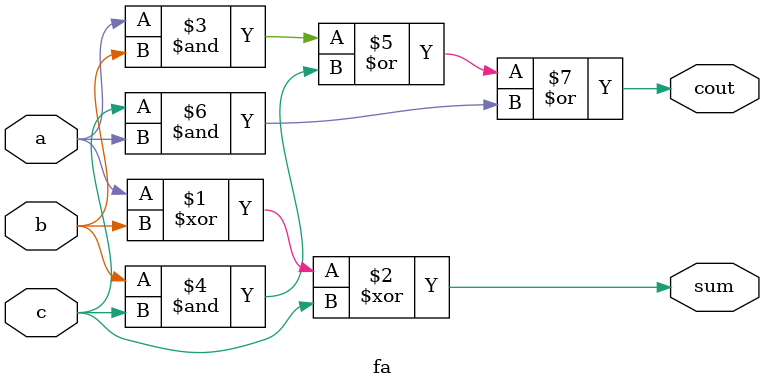
<source format=v>
module rc(input [3:0] a , b,
          input cin,
          output [3:0]sum,
          output cout);
    wire [2:0]t;
    fa A1(a[0],b[0],cin,sum[0],t[0]);
    fa A2(a[1],b[1],t[0],sum[1],t[1]);
    fa A3(a[2],b[2],t[1],sum[2],t[2]);
    fa A4(a[3],b[3],t[2],sum[3],cout);
endmodule

module fa (a,b,c,sum,cout);
    input a,b,c;
    output sum,cout;
    assign sum = a^b^c;
    assign cout = (a&b)|(b&c)|(c&a);
endmodule
</source>
